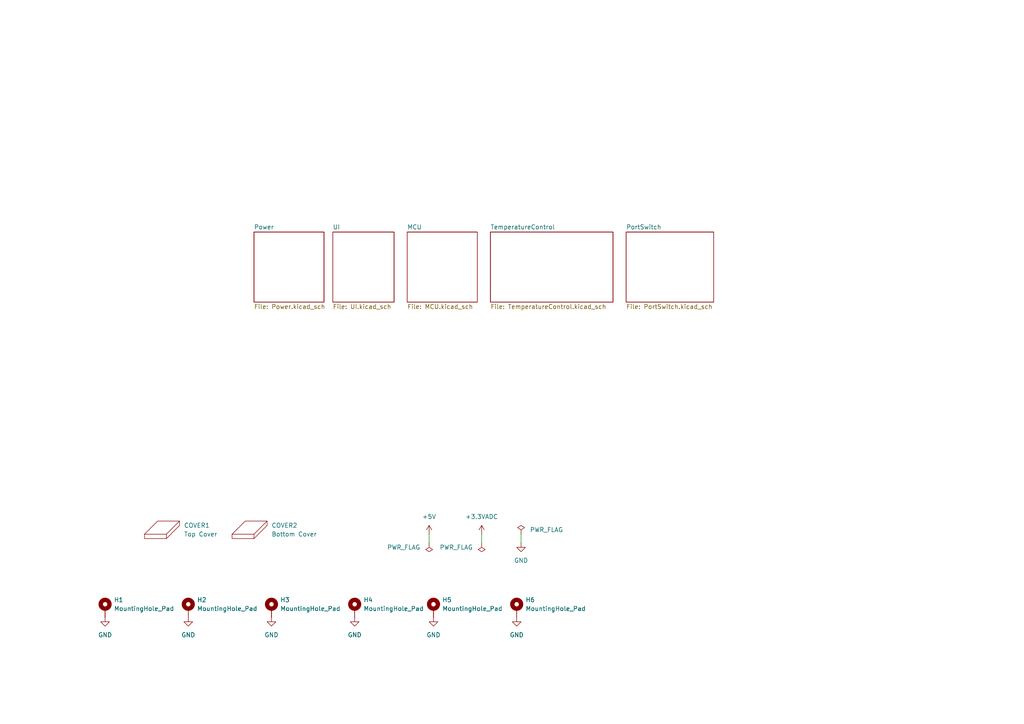
<source format=kicad_sch>
(kicad_sch (version 20231120) (generator "eeschema") (generator_version "8.0")
  (paper "A4")
  (title_block (title "LibreCAL") (date "2023-11-30") (rev "B"))
  (lib_symbols
    (symbol "LibreCAL:Cover" (in_bom no)
      (property "Reference" "COVER" (at -1.27 -2.54 0))
      (property "Value" "Cover" (at 1.27 5.08 0))
      (symbol "Cover_0_1"
        (polyline (pts (xy -5.08 0) (xy -1.27 3.81) (xy 5.08 3.81)))
        (polyline (pts (xy 1.27 0) (xy 5.08 3.81) (xy 5.08 2.54) (xy 1.27 -1.27)))
        (polyline (pts (xy -5.08 0) (xy -5.08 -1.27) (xy 1.27 -1.27) (xy 1.27 0) (xy -5.08 0)))
      )
    )
    (symbol "Mechanical:MountingHole_Pad" (pin_numbers hide) (pin_names (offset 1.016) hide)
      (property "Reference" "H" (at 0 6.35 0))
      (property "Value" "MountingHole_Pad" (at 0 4.445 0))
      (symbol "MountingHole_Pad_0_1"
        (circle (center 0 1.27) (radius 1.27) (stroke (width 1.27)))
      )
      (symbol "MountingHole_Pad_1_1"
        (pin input line (at 0 -2.54 90) (length 2.54) (name "1") (number "1"))
      )
    )
    (symbol "power:+3.3VADC" (power) (pin_names (offset 0))
      (property "Value" "+3.3VADC" (at 0 2.54 0))
      (symbol "+3.3VADC_0_0"
        (pin power_in line (at 0 0 90) (length 0) hide (name "+3.3VADC") (number "1"))
      )
      (symbol "+3.3VADC_0_1"
        (polyline (pts (xy -0.762 1.27) (xy 0 2.54)))
        (polyline (pts (xy 0 0) (xy 0 2.54)))
        (polyline (pts (xy 0 2.54) (xy 0.762 1.27)))
      )
    )
    (symbol "power:+5V" (power) (pin_names (offset 0))
      (property "Value" "+5V" (at 0 3.556 0))
      (symbol "+5V_0_1"
        (polyline (pts (xy -0.762 1.27) (xy 0 2.54)))
        (polyline (pts (xy 0 0) (xy 0 2.54)))
        (polyline (pts (xy 0 2.54) (xy 0.762 1.27)))
      )
      (symbol "+5V_1_1"
        (pin power_in line (at 0 0 90) (length 0) hide (name "+5V") (number "1"))
      )
    )
    (symbol "power:GND" (power) (pin_names (offset 0))
      (property "Value" "GND" (at 0 -3.81 0))
      (symbol "GND_0_1"
        (polyline (pts (xy 0 0) (xy 0 -1.27) (xy 1.27 -1.27) (xy 0 -2.54) (xy -1.27 -1.27) (xy 0 -1.27)))
      )
      (symbol "GND_1_1"
        (pin power_in line (at 0 0 270) (length 0) hide (name "GND") (number "1"))
      )
    )
    (symbol "power:PWR_FLAG" (power) (pin_numbers hide) (pin_names (offset 0) hide)
      (property "Value" "PWR_FLAG" (at 0 3.81 0))
      (symbol "PWR_FLAG_0_0"
        (pin power_out line (at 0 0 90) (length 0) (name "pwr") (number "1"))
      )
      (symbol "PWR_FLAG_0_1"
        (polyline (pts (xy 0 0) (xy 0 1.27) (xy -1.016 1.905) (xy 0 2.54) (xy 1.016 1.905) (xy 0 1.27)))
      )
    )
  )
  (wire (pts (xy 124.46 154.94) (xy 124.46 157.48)))
  (wire (pts (xy 139.7 154.94) (xy 139.7 157.48)))
  (wire (pts (xy 151.13 154.94) (xy 151.13 157.48)))
  (symbol (lib_id "power:+3.3VADC") (at 139.7 154.94 0) (unit 1)
    (property "Reference" "#PWR0103" (effects (hide yes)))
    (property "Value" "+3.3VADC" (at 139.7 149.86 0))
  )
  (symbol (lib_id "power:GND") (at 102.87 179.07 0) (unit 1)
    (property "Reference" "#PWR04" (effects (hide yes)))
    (property "Value" "GND" (at 102.87 184.15 0))
  )
  (symbol (lib_id "LibreCAL:Cover") (at 72.39 154.94 0) (unit 1) (in_bom no)
    (property "Reference" "COVER2" (at 78.74 152.3999 0) (effects (justify left)))
    (property "Value" "Bottom Cover" (at 78.74 154.9399 0) (effects (justify left)))
    (property "Footprint" "LibreCAL:BottomCover" (effects (hide yes)))
    (property "LCSC_Part" "NA" (effects (hide yes)))
  )
  (symbol (lib_id "Mechanical:MountingHole_Pad") (at 149.86 176.53 0) (unit 1) (in_bom no)
    (property "Reference" "H6" (at 152.4 173.9899 0) (effects (justify left)))
    (property "Value" "MountingHole_Pad" (at 152.4 176.5299 0) (effects (justify left)))
    (property "Footprint" "MountingHole:MountingHole_3.2mm_M3_ISO14580_Pad_TopBottom" (effects (hide yes)))
    (property "LCSC_Part" "NA" (effects (hide yes)))
  )
  (symbol (lib_id "power:GND") (at 30.48 179.07 0) (unit 1)
    (property "Reference" "#PWR01" (effects (hide yes)))
    (property "Value" "GND" (at 30.48 184.15 0))
  )
  (symbol (lib_id "Mechanical:MountingHole_Pad") (at 78.74 176.53 0) (unit 1) (in_bom no)
    (property "Reference" "H3" (at 81.28 173.9899 0) (effects (justify left)))
    (property "Value" "MountingHole_Pad" (at 81.28 176.5299 0) (effects (justify left)))
    (property "Footprint" "MountingHole:MountingHole_3.2mm_M3_ISO14580_Pad_TopBottom" (effects (hide yes)))
    (property "LCSC_Part" "NA" (effects (hide yes)))
  )
  (symbol (lib_id "Mechanical:MountingHole_Pad") (at 102.87 176.53 0) (unit 1) (in_bom no)
    (property "Reference" "H4" (at 105.41 173.9899 0) (effects (justify left)))
    (property "Value" "MountingHole_Pad" (at 105.41 176.5299 0) (effects (justify left)))
    (property "Footprint" "MountingHole:MountingHole_3.2mm_M3_ISO14580_Pad_TopBottom" (effects (hide yes)))
    (property "LCSC_Part" "NA" (effects (hide yes)))
  )
  (symbol (lib_id "power:GND") (at 125.73 179.07 0) (unit 1)
    (property "Reference" "#PWR0122" (effects (hide yes)))
    (property "Value" "GND" (at 125.73 184.15 0))
  )
  (symbol (lib_id "Mechanical:MountingHole_Pad") (at 125.73 176.53 0) (unit 1) (in_bom no)
    (property "Reference" "H5" (at 128.27 173.9899 0) (effects (justify left)))
    (property "Value" "MountingHole_Pad" (at 128.27 176.5299 0) (effects (justify left)))
    (property "Footprint" "MountingHole:MountingHole_3.2mm_M3_ISO14580_Pad_TopBottom" (effects (hide yes)))
    (property "LCSC_Part" "NA" (effects (hide yes)))
  )
  (symbol (lib_id "power:GND") (at 149.86 179.07 0) (unit 1)
    (property "Reference" "#PWR0123" (effects (hide yes)))
    (property "Value" "GND" (at 149.86 184.15 0))
  )
  (symbol (lib_id "power:GND") (at 54.61 179.07 0) (unit 1)
    (property "Reference" "#PWR02" (effects (hide yes)))
    (property "Value" "GND" (at 54.61 184.15 0))
  )
  (symbol (lib_id "LibreCAL:Cover") (at 46.99 154.94 0) (unit 1) (in_bom no)
    (property "Reference" "COVER1" (at 53.34 152.3999 0) (effects (justify left)))
    (property "Value" "Top Cover" (at 53.34 154.9399 0) (effects (justify left)))
    (property "Footprint" "LibreCAL:TopCover" (effects (hide yes)))
    (property "LCSC_Part" "NA" (effects (hide yes)))
  )
  (symbol (lib_id "Mechanical:MountingHole_Pad") (at 54.61 176.53 0) (unit 1) (in_bom no)
    (property "Reference" "H2" (at 57.15 173.9899 0) (effects (justify left)))
    (property "Value" "MountingHole_Pad" (at 57.15 176.5299 0) (effects (justify left)))
    (property "Footprint" "MountingHole:MountingHole_3.2mm_M3_ISO14580_Pad_TopBottom" (effects (hide yes)))
    (property "LCSC_Part" "NA" (effects (hide yes)))
  )
  (symbol (lib_id "Mechanical:MountingHole_Pad") (at 30.48 176.53 0) (unit 1) (in_bom no)
    (property "Reference" "H1" (at 33.02 173.9899 0) (effects (justify left)))
    (property "Value" "MountingHole_Pad" (at 33.02 176.5299 0) (effects (justify left)))
    (property "Footprint" "MountingHole:MountingHole_3.2mm_M3_ISO14580_Pad_TopBottom" (effects (hide yes)))
    (property "LCSC_Part" "NA" (effects (hide yes)))
  )
  (symbol (lib_id "power:+5V") (at 124.46 154.94 0) (unit 1)
    (property "Reference" "#PWR0104" (effects (hide yes)))
    (property "Value" "+5V" (at 124.46 149.86 0))
  )
  (symbol (lib_id "power:PWR_FLAG") (at 124.46 157.48 0) (mirror x) (unit 1)
    (property "Reference" "#FLG0102" (effects (hide yes)))
    (property "Value" "PWR_FLAG" (at 121.92 158.7499 0) (effects (justify right)))
  )
  (symbol (lib_id "power:GND") (at 151.13 157.48 0) (unit 1)
    (property "Reference" "#PWR0105" (effects (hide yes)))
    (property "Value" "GND" (at 151.13 162.56 0))
  )
  (symbol (lib_id "power:PWR_FLAG") (at 139.7 157.48 0) (mirror x) (unit 1)
    (property "Reference" "#FLG0101" (effects (hide yes)))
    (property "Value" "PWR_FLAG" (at 137.16 158.7499 0) (effects (justify right)))
  )
  (symbol (lib_id "power:PWR_FLAG") (at 151.13 154.94 0) (mirror y) (unit 1)
    (property "Reference" "#FLG0104" (effects (hide yes)))
    (property "Value" "PWR_FLAG" (at 153.67 153.6699 0) (effects (justify right)))
  )
  (symbol (lib_id "power:GND") (at 78.74 179.07 0) (unit 1)
    (property "Reference" "#PWR03" (effects (hide yes)))
    (property "Value" "GND" (at 78.74 184.15 0))
  )
  (sheet (at 96.52 67.31) (size 17.78 20.32) (stroke (width 0.1524))
    (property "Sheetname" "UI" (at 96.52 66.5984 0) (effects (justify left bottom)))
    (property "Sheetfile" "UI.kicad_sch" (at 96.52 88.2146 0) (effects (justify left top)))
  )
  (sheet (at 118.11 67.31) (size 20.32 20.32) (stroke (width 0.1524))
    (property "Sheetname" "MCU" (at 118.11 66.5984 0) (effects (justify left bottom)))
    (property "Sheetfile" "MCU.kicad_sch" (at 118.11 88.2146 0) (effects (justify left top)))
  )
  (sheet (at 142.24 67.31) (size 35.56 20.32) (stroke (width 0.1524))
    (property "Sheetname" "TemperatureControl" (at 142.24 66.5984 0) (effects (justify left bottom)))
    (property "Sheetfile" "TemperatureControl.kicad_sch" (at 142.24 88.2146 0) (effects (justify left top)))
  )
  (sheet (at 181.61 67.31) (size 25.4 20.32) (stroke (width 0.1524))
    (property "Sheetname" "PortSwitch" (at 181.61 66.5984 0) (effects (justify left bottom)))
    (property "Sheetfile" "PortSwitch.kicad_sch" (at 181.61 88.2146 0) (effects (justify left top)))
  )
  (sheet (at 73.66 67.31) (size 20.32 20.32) (stroke (width 0.1524))
    (property "Sheetname" "Power" (at 73.66 66.5984 0) (effects (justify left bottom)))
    (property "Sheetfile" "Power.kicad_sch" (at 73.66 88.2146 0) (effects (justify left top)))
  )
)
</source>
